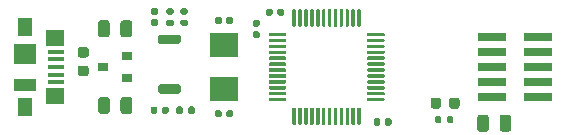
<source format=gbr>
%TF.GenerationSoftware,KiCad,Pcbnew,(5.1.10-1-10_14)*%
%TF.CreationDate,2021-07-19T22:46:51-06:00*%
%TF.ProjectId,f0-study-board,66302d73-7475-4647-992d-626f6172642e,rev?*%
%TF.SameCoordinates,Original*%
%TF.FileFunction,Paste,Top*%
%TF.FilePolarity,Positive*%
%FSLAX46Y46*%
G04 Gerber Fmt 4.6, Leading zero omitted, Abs format (unit mm)*
G04 Created by KiCad (PCBNEW (5.1.10-1-10_14)) date 2021-07-19 22:46:51*
%MOMM*%
%LPD*%
G01*
G04 APERTURE LIST*
%ADD10R,2.400000X0.740000*%
%ADD11R,2.400000X2.000000*%
%ADD12R,0.900000X0.800000*%
%ADD13R,1.900000X1.000000*%
%ADD14R,1.900000X1.800000*%
%ADD15R,1.300000X1.650000*%
%ADD16R,1.550000X1.425000*%
%ADD17R,1.380000X0.450000*%
G04 APERTURE END LIST*
%TO.C,U1*%
G36*
G01*
X121862500Y-103750000D02*
X121862500Y-102425000D01*
G75*
G02*
X121937500Y-102350000I75000J0D01*
G01*
X122087500Y-102350000D01*
G75*
G02*
X122162500Y-102425000I0J-75000D01*
G01*
X122162500Y-103750000D01*
G75*
G02*
X122087500Y-103825000I-75000J0D01*
G01*
X121937500Y-103825000D01*
G75*
G02*
X121862500Y-103750000I0J75000D01*
G01*
G37*
G36*
G01*
X122362500Y-103750000D02*
X122362500Y-102425000D01*
G75*
G02*
X122437500Y-102350000I75000J0D01*
G01*
X122587500Y-102350000D01*
G75*
G02*
X122662500Y-102425000I0J-75000D01*
G01*
X122662500Y-103750000D01*
G75*
G02*
X122587500Y-103825000I-75000J0D01*
G01*
X122437500Y-103825000D01*
G75*
G02*
X122362500Y-103750000I0J75000D01*
G01*
G37*
G36*
G01*
X122862500Y-103750000D02*
X122862500Y-102425000D01*
G75*
G02*
X122937500Y-102350000I75000J0D01*
G01*
X123087500Y-102350000D01*
G75*
G02*
X123162500Y-102425000I0J-75000D01*
G01*
X123162500Y-103750000D01*
G75*
G02*
X123087500Y-103825000I-75000J0D01*
G01*
X122937500Y-103825000D01*
G75*
G02*
X122862500Y-103750000I0J75000D01*
G01*
G37*
G36*
G01*
X123362500Y-103750000D02*
X123362500Y-102425000D01*
G75*
G02*
X123437500Y-102350000I75000J0D01*
G01*
X123587500Y-102350000D01*
G75*
G02*
X123662500Y-102425000I0J-75000D01*
G01*
X123662500Y-103750000D01*
G75*
G02*
X123587500Y-103825000I-75000J0D01*
G01*
X123437500Y-103825000D01*
G75*
G02*
X123362500Y-103750000I0J75000D01*
G01*
G37*
G36*
G01*
X123862500Y-103750000D02*
X123862500Y-102425000D01*
G75*
G02*
X123937500Y-102350000I75000J0D01*
G01*
X124087500Y-102350000D01*
G75*
G02*
X124162500Y-102425000I0J-75000D01*
G01*
X124162500Y-103750000D01*
G75*
G02*
X124087500Y-103825000I-75000J0D01*
G01*
X123937500Y-103825000D01*
G75*
G02*
X123862500Y-103750000I0J75000D01*
G01*
G37*
G36*
G01*
X124362500Y-103750000D02*
X124362500Y-102425000D01*
G75*
G02*
X124437500Y-102350000I75000J0D01*
G01*
X124587500Y-102350000D01*
G75*
G02*
X124662500Y-102425000I0J-75000D01*
G01*
X124662500Y-103750000D01*
G75*
G02*
X124587500Y-103825000I-75000J0D01*
G01*
X124437500Y-103825000D01*
G75*
G02*
X124362500Y-103750000I0J75000D01*
G01*
G37*
G36*
G01*
X124862500Y-103750000D02*
X124862500Y-102425000D01*
G75*
G02*
X124937500Y-102350000I75000J0D01*
G01*
X125087500Y-102350000D01*
G75*
G02*
X125162500Y-102425000I0J-75000D01*
G01*
X125162500Y-103750000D01*
G75*
G02*
X125087500Y-103825000I-75000J0D01*
G01*
X124937500Y-103825000D01*
G75*
G02*
X124862500Y-103750000I0J75000D01*
G01*
G37*
G36*
G01*
X125362500Y-103750000D02*
X125362500Y-102425000D01*
G75*
G02*
X125437500Y-102350000I75000J0D01*
G01*
X125587500Y-102350000D01*
G75*
G02*
X125662500Y-102425000I0J-75000D01*
G01*
X125662500Y-103750000D01*
G75*
G02*
X125587500Y-103825000I-75000J0D01*
G01*
X125437500Y-103825000D01*
G75*
G02*
X125362500Y-103750000I0J75000D01*
G01*
G37*
G36*
G01*
X125862500Y-103750000D02*
X125862500Y-102425000D01*
G75*
G02*
X125937500Y-102350000I75000J0D01*
G01*
X126087500Y-102350000D01*
G75*
G02*
X126162500Y-102425000I0J-75000D01*
G01*
X126162500Y-103750000D01*
G75*
G02*
X126087500Y-103825000I-75000J0D01*
G01*
X125937500Y-103825000D01*
G75*
G02*
X125862500Y-103750000I0J75000D01*
G01*
G37*
G36*
G01*
X126362500Y-103750000D02*
X126362500Y-102425000D01*
G75*
G02*
X126437500Y-102350000I75000J0D01*
G01*
X126587500Y-102350000D01*
G75*
G02*
X126662500Y-102425000I0J-75000D01*
G01*
X126662500Y-103750000D01*
G75*
G02*
X126587500Y-103825000I-75000J0D01*
G01*
X126437500Y-103825000D01*
G75*
G02*
X126362500Y-103750000I0J75000D01*
G01*
G37*
G36*
G01*
X126862500Y-103750000D02*
X126862500Y-102425000D01*
G75*
G02*
X126937500Y-102350000I75000J0D01*
G01*
X127087500Y-102350000D01*
G75*
G02*
X127162500Y-102425000I0J-75000D01*
G01*
X127162500Y-103750000D01*
G75*
G02*
X127087500Y-103825000I-75000J0D01*
G01*
X126937500Y-103825000D01*
G75*
G02*
X126862500Y-103750000I0J75000D01*
G01*
G37*
G36*
G01*
X127362500Y-103750000D02*
X127362500Y-102425000D01*
G75*
G02*
X127437500Y-102350000I75000J0D01*
G01*
X127587500Y-102350000D01*
G75*
G02*
X127662500Y-102425000I0J-75000D01*
G01*
X127662500Y-103750000D01*
G75*
G02*
X127587500Y-103825000I-75000J0D01*
G01*
X127437500Y-103825000D01*
G75*
G02*
X127362500Y-103750000I0J75000D01*
G01*
G37*
G36*
G01*
X128187500Y-104575000D02*
X128187500Y-104425000D01*
G75*
G02*
X128262500Y-104350000I75000J0D01*
G01*
X129587500Y-104350000D01*
G75*
G02*
X129662500Y-104425000I0J-75000D01*
G01*
X129662500Y-104575000D01*
G75*
G02*
X129587500Y-104650000I-75000J0D01*
G01*
X128262500Y-104650000D01*
G75*
G02*
X128187500Y-104575000I0J75000D01*
G01*
G37*
G36*
G01*
X128187500Y-105075000D02*
X128187500Y-104925000D01*
G75*
G02*
X128262500Y-104850000I75000J0D01*
G01*
X129587500Y-104850000D01*
G75*
G02*
X129662500Y-104925000I0J-75000D01*
G01*
X129662500Y-105075000D01*
G75*
G02*
X129587500Y-105150000I-75000J0D01*
G01*
X128262500Y-105150000D01*
G75*
G02*
X128187500Y-105075000I0J75000D01*
G01*
G37*
G36*
G01*
X128187500Y-105575000D02*
X128187500Y-105425000D01*
G75*
G02*
X128262500Y-105350000I75000J0D01*
G01*
X129587500Y-105350000D01*
G75*
G02*
X129662500Y-105425000I0J-75000D01*
G01*
X129662500Y-105575000D01*
G75*
G02*
X129587500Y-105650000I-75000J0D01*
G01*
X128262500Y-105650000D01*
G75*
G02*
X128187500Y-105575000I0J75000D01*
G01*
G37*
G36*
G01*
X128187500Y-106075000D02*
X128187500Y-105925000D01*
G75*
G02*
X128262500Y-105850000I75000J0D01*
G01*
X129587500Y-105850000D01*
G75*
G02*
X129662500Y-105925000I0J-75000D01*
G01*
X129662500Y-106075000D01*
G75*
G02*
X129587500Y-106150000I-75000J0D01*
G01*
X128262500Y-106150000D01*
G75*
G02*
X128187500Y-106075000I0J75000D01*
G01*
G37*
G36*
G01*
X128187500Y-106575000D02*
X128187500Y-106425000D01*
G75*
G02*
X128262500Y-106350000I75000J0D01*
G01*
X129587500Y-106350000D01*
G75*
G02*
X129662500Y-106425000I0J-75000D01*
G01*
X129662500Y-106575000D01*
G75*
G02*
X129587500Y-106650000I-75000J0D01*
G01*
X128262500Y-106650000D01*
G75*
G02*
X128187500Y-106575000I0J75000D01*
G01*
G37*
G36*
G01*
X128187500Y-107075000D02*
X128187500Y-106925000D01*
G75*
G02*
X128262500Y-106850000I75000J0D01*
G01*
X129587500Y-106850000D01*
G75*
G02*
X129662500Y-106925000I0J-75000D01*
G01*
X129662500Y-107075000D01*
G75*
G02*
X129587500Y-107150000I-75000J0D01*
G01*
X128262500Y-107150000D01*
G75*
G02*
X128187500Y-107075000I0J75000D01*
G01*
G37*
G36*
G01*
X128187500Y-107575000D02*
X128187500Y-107425000D01*
G75*
G02*
X128262500Y-107350000I75000J0D01*
G01*
X129587500Y-107350000D01*
G75*
G02*
X129662500Y-107425000I0J-75000D01*
G01*
X129662500Y-107575000D01*
G75*
G02*
X129587500Y-107650000I-75000J0D01*
G01*
X128262500Y-107650000D01*
G75*
G02*
X128187500Y-107575000I0J75000D01*
G01*
G37*
G36*
G01*
X128187500Y-108075000D02*
X128187500Y-107925000D01*
G75*
G02*
X128262500Y-107850000I75000J0D01*
G01*
X129587500Y-107850000D01*
G75*
G02*
X129662500Y-107925000I0J-75000D01*
G01*
X129662500Y-108075000D01*
G75*
G02*
X129587500Y-108150000I-75000J0D01*
G01*
X128262500Y-108150000D01*
G75*
G02*
X128187500Y-108075000I0J75000D01*
G01*
G37*
G36*
G01*
X128187500Y-108575000D02*
X128187500Y-108425000D01*
G75*
G02*
X128262500Y-108350000I75000J0D01*
G01*
X129587500Y-108350000D01*
G75*
G02*
X129662500Y-108425000I0J-75000D01*
G01*
X129662500Y-108575000D01*
G75*
G02*
X129587500Y-108650000I-75000J0D01*
G01*
X128262500Y-108650000D01*
G75*
G02*
X128187500Y-108575000I0J75000D01*
G01*
G37*
G36*
G01*
X128187500Y-109075000D02*
X128187500Y-108925000D01*
G75*
G02*
X128262500Y-108850000I75000J0D01*
G01*
X129587500Y-108850000D01*
G75*
G02*
X129662500Y-108925000I0J-75000D01*
G01*
X129662500Y-109075000D01*
G75*
G02*
X129587500Y-109150000I-75000J0D01*
G01*
X128262500Y-109150000D01*
G75*
G02*
X128187500Y-109075000I0J75000D01*
G01*
G37*
G36*
G01*
X128187500Y-109575000D02*
X128187500Y-109425000D01*
G75*
G02*
X128262500Y-109350000I75000J0D01*
G01*
X129587500Y-109350000D01*
G75*
G02*
X129662500Y-109425000I0J-75000D01*
G01*
X129662500Y-109575000D01*
G75*
G02*
X129587500Y-109650000I-75000J0D01*
G01*
X128262500Y-109650000D01*
G75*
G02*
X128187500Y-109575000I0J75000D01*
G01*
G37*
G36*
G01*
X128187500Y-110075000D02*
X128187500Y-109925000D01*
G75*
G02*
X128262500Y-109850000I75000J0D01*
G01*
X129587500Y-109850000D01*
G75*
G02*
X129662500Y-109925000I0J-75000D01*
G01*
X129662500Y-110075000D01*
G75*
G02*
X129587500Y-110150000I-75000J0D01*
G01*
X128262500Y-110150000D01*
G75*
G02*
X128187500Y-110075000I0J75000D01*
G01*
G37*
G36*
G01*
X127362500Y-112075000D02*
X127362500Y-110750000D01*
G75*
G02*
X127437500Y-110675000I75000J0D01*
G01*
X127587500Y-110675000D01*
G75*
G02*
X127662500Y-110750000I0J-75000D01*
G01*
X127662500Y-112075000D01*
G75*
G02*
X127587500Y-112150000I-75000J0D01*
G01*
X127437500Y-112150000D01*
G75*
G02*
X127362500Y-112075000I0J75000D01*
G01*
G37*
G36*
G01*
X126862500Y-112075000D02*
X126862500Y-110750000D01*
G75*
G02*
X126937500Y-110675000I75000J0D01*
G01*
X127087500Y-110675000D01*
G75*
G02*
X127162500Y-110750000I0J-75000D01*
G01*
X127162500Y-112075000D01*
G75*
G02*
X127087500Y-112150000I-75000J0D01*
G01*
X126937500Y-112150000D01*
G75*
G02*
X126862500Y-112075000I0J75000D01*
G01*
G37*
G36*
G01*
X126362500Y-112075000D02*
X126362500Y-110750000D01*
G75*
G02*
X126437500Y-110675000I75000J0D01*
G01*
X126587500Y-110675000D01*
G75*
G02*
X126662500Y-110750000I0J-75000D01*
G01*
X126662500Y-112075000D01*
G75*
G02*
X126587500Y-112150000I-75000J0D01*
G01*
X126437500Y-112150000D01*
G75*
G02*
X126362500Y-112075000I0J75000D01*
G01*
G37*
G36*
G01*
X125862500Y-112075000D02*
X125862500Y-110750000D01*
G75*
G02*
X125937500Y-110675000I75000J0D01*
G01*
X126087500Y-110675000D01*
G75*
G02*
X126162500Y-110750000I0J-75000D01*
G01*
X126162500Y-112075000D01*
G75*
G02*
X126087500Y-112150000I-75000J0D01*
G01*
X125937500Y-112150000D01*
G75*
G02*
X125862500Y-112075000I0J75000D01*
G01*
G37*
G36*
G01*
X125362500Y-112075000D02*
X125362500Y-110750000D01*
G75*
G02*
X125437500Y-110675000I75000J0D01*
G01*
X125587500Y-110675000D01*
G75*
G02*
X125662500Y-110750000I0J-75000D01*
G01*
X125662500Y-112075000D01*
G75*
G02*
X125587500Y-112150000I-75000J0D01*
G01*
X125437500Y-112150000D01*
G75*
G02*
X125362500Y-112075000I0J75000D01*
G01*
G37*
G36*
G01*
X124862500Y-112075000D02*
X124862500Y-110750000D01*
G75*
G02*
X124937500Y-110675000I75000J0D01*
G01*
X125087500Y-110675000D01*
G75*
G02*
X125162500Y-110750000I0J-75000D01*
G01*
X125162500Y-112075000D01*
G75*
G02*
X125087500Y-112150000I-75000J0D01*
G01*
X124937500Y-112150000D01*
G75*
G02*
X124862500Y-112075000I0J75000D01*
G01*
G37*
G36*
G01*
X124362500Y-112075000D02*
X124362500Y-110750000D01*
G75*
G02*
X124437500Y-110675000I75000J0D01*
G01*
X124587500Y-110675000D01*
G75*
G02*
X124662500Y-110750000I0J-75000D01*
G01*
X124662500Y-112075000D01*
G75*
G02*
X124587500Y-112150000I-75000J0D01*
G01*
X124437500Y-112150000D01*
G75*
G02*
X124362500Y-112075000I0J75000D01*
G01*
G37*
G36*
G01*
X123862500Y-112075000D02*
X123862500Y-110750000D01*
G75*
G02*
X123937500Y-110675000I75000J0D01*
G01*
X124087500Y-110675000D01*
G75*
G02*
X124162500Y-110750000I0J-75000D01*
G01*
X124162500Y-112075000D01*
G75*
G02*
X124087500Y-112150000I-75000J0D01*
G01*
X123937500Y-112150000D01*
G75*
G02*
X123862500Y-112075000I0J75000D01*
G01*
G37*
G36*
G01*
X123362500Y-112075000D02*
X123362500Y-110750000D01*
G75*
G02*
X123437500Y-110675000I75000J0D01*
G01*
X123587500Y-110675000D01*
G75*
G02*
X123662500Y-110750000I0J-75000D01*
G01*
X123662500Y-112075000D01*
G75*
G02*
X123587500Y-112150000I-75000J0D01*
G01*
X123437500Y-112150000D01*
G75*
G02*
X123362500Y-112075000I0J75000D01*
G01*
G37*
G36*
G01*
X122862500Y-112075000D02*
X122862500Y-110750000D01*
G75*
G02*
X122937500Y-110675000I75000J0D01*
G01*
X123087500Y-110675000D01*
G75*
G02*
X123162500Y-110750000I0J-75000D01*
G01*
X123162500Y-112075000D01*
G75*
G02*
X123087500Y-112150000I-75000J0D01*
G01*
X122937500Y-112150000D01*
G75*
G02*
X122862500Y-112075000I0J75000D01*
G01*
G37*
G36*
G01*
X122362500Y-112075000D02*
X122362500Y-110750000D01*
G75*
G02*
X122437500Y-110675000I75000J0D01*
G01*
X122587500Y-110675000D01*
G75*
G02*
X122662500Y-110750000I0J-75000D01*
G01*
X122662500Y-112075000D01*
G75*
G02*
X122587500Y-112150000I-75000J0D01*
G01*
X122437500Y-112150000D01*
G75*
G02*
X122362500Y-112075000I0J75000D01*
G01*
G37*
G36*
G01*
X121862500Y-112075000D02*
X121862500Y-110750000D01*
G75*
G02*
X121937500Y-110675000I75000J0D01*
G01*
X122087500Y-110675000D01*
G75*
G02*
X122162500Y-110750000I0J-75000D01*
G01*
X122162500Y-112075000D01*
G75*
G02*
X122087500Y-112150000I-75000J0D01*
G01*
X121937500Y-112150000D01*
G75*
G02*
X121862500Y-112075000I0J75000D01*
G01*
G37*
G36*
G01*
X119862500Y-110075000D02*
X119862500Y-109925000D01*
G75*
G02*
X119937500Y-109850000I75000J0D01*
G01*
X121262500Y-109850000D01*
G75*
G02*
X121337500Y-109925000I0J-75000D01*
G01*
X121337500Y-110075000D01*
G75*
G02*
X121262500Y-110150000I-75000J0D01*
G01*
X119937500Y-110150000D01*
G75*
G02*
X119862500Y-110075000I0J75000D01*
G01*
G37*
G36*
G01*
X119862500Y-109575000D02*
X119862500Y-109425000D01*
G75*
G02*
X119937500Y-109350000I75000J0D01*
G01*
X121262500Y-109350000D01*
G75*
G02*
X121337500Y-109425000I0J-75000D01*
G01*
X121337500Y-109575000D01*
G75*
G02*
X121262500Y-109650000I-75000J0D01*
G01*
X119937500Y-109650000D01*
G75*
G02*
X119862500Y-109575000I0J75000D01*
G01*
G37*
G36*
G01*
X119862500Y-109075000D02*
X119862500Y-108925000D01*
G75*
G02*
X119937500Y-108850000I75000J0D01*
G01*
X121262500Y-108850000D01*
G75*
G02*
X121337500Y-108925000I0J-75000D01*
G01*
X121337500Y-109075000D01*
G75*
G02*
X121262500Y-109150000I-75000J0D01*
G01*
X119937500Y-109150000D01*
G75*
G02*
X119862500Y-109075000I0J75000D01*
G01*
G37*
G36*
G01*
X119862500Y-108575000D02*
X119862500Y-108425000D01*
G75*
G02*
X119937500Y-108350000I75000J0D01*
G01*
X121262500Y-108350000D01*
G75*
G02*
X121337500Y-108425000I0J-75000D01*
G01*
X121337500Y-108575000D01*
G75*
G02*
X121262500Y-108650000I-75000J0D01*
G01*
X119937500Y-108650000D01*
G75*
G02*
X119862500Y-108575000I0J75000D01*
G01*
G37*
G36*
G01*
X119862500Y-108075000D02*
X119862500Y-107925000D01*
G75*
G02*
X119937500Y-107850000I75000J0D01*
G01*
X121262500Y-107850000D01*
G75*
G02*
X121337500Y-107925000I0J-75000D01*
G01*
X121337500Y-108075000D01*
G75*
G02*
X121262500Y-108150000I-75000J0D01*
G01*
X119937500Y-108150000D01*
G75*
G02*
X119862500Y-108075000I0J75000D01*
G01*
G37*
G36*
G01*
X119862500Y-107575000D02*
X119862500Y-107425000D01*
G75*
G02*
X119937500Y-107350000I75000J0D01*
G01*
X121262500Y-107350000D01*
G75*
G02*
X121337500Y-107425000I0J-75000D01*
G01*
X121337500Y-107575000D01*
G75*
G02*
X121262500Y-107650000I-75000J0D01*
G01*
X119937500Y-107650000D01*
G75*
G02*
X119862500Y-107575000I0J75000D01*
G01*
G37*
G36*
G01*
X119862500Y-107075000D02*
X119862500Y-106925000D01*
G75*
G02*
X119937500Y-106850000I75000J0D01*
G01*
X121262500Y-106850000D01*
G75*
G02*
X121337500Y-106925000I0J-75000D01*
G01*
X121337500Y-107075000D01*
G75*
G02*
X121262500Y-107150000I-75000J0D01*
G01*
X119937500Y-107150000D01*
G75*
G02*
X119862500Y-107075000I0J75000D01*
G01*
G37*
G36*
G01*
X119862500Y-106575000D02*
X119862500Y-106425000D01*
G75*
G02*
X119937500Y-106350000I75000J0D01*
G01*
X121262500Y-106350000D01*
G75*
G02*
X121337500Y-106425000I0J-75000D01*
G01*
X121337500Y-106575000D01*
G75*
G02*
X121262500Y-106650000I-75000J0D01*
G01*
X119937500Y-106650000D01*
G75*
G02*
X119862500Y-106575000I0J75000D01*
G01*
G37*
G36*
G01*
X119862500Y-106075000D02*
X119862500Y-105925000D01*
G75*
G02*
X119937500Y-105850000I75000J0D01*
G01*
X121262500Y-105850000D01*
G75*
G02*
X121337500Y-105925000I0J-75000D01*
G01*
X121337500Y-106075000D01*
G75*
G02*
X121262500Y-106150000I-75000J0D01*
G01*
X119937500Y-106150000D01*
G75*
G02*
X119862500Y-106075000I0J75000D01*
G01*
G37*
G36*
G01*
X119862500Y-105575000D02*
X119862500Y-105425000D01*
G75*
G02*
X119937500Y-105350000I75000J0D01*
G01*
X121262500Y-105350000D01*
G75*
G02*
X121337500Y-105425000I0J-75000D01*
G01*
X121337500Y-105575000D01*
G75*
G02*
X121262500Y-105650000I-75000J0D01*
G01*
X119937500Y-105650000D01*
G75*
G02*
X119862500Y-105575000I0J75000D01*
G01*
G37*
G36*
G01*
X119862500Y-105075000D02*
X119862500Y-104925000D01*
G75*
G02*
X119937500Y-104850000I75000J0D01*
G01*
X121262500Y-104850000D01*
G75*
G02*
X121337500Y-104925000I0J-75000D01*
G01*
X121337500Y-105075000D01*
G75*
G02*
X121262500Y-105150000I-75000J0D01*
G01*
X119937500Y-105150000D01*
G75*
G02*
X119862500Y-105075000I0J75000D01*
G01*
G37*
G36*
G01*
X119862500Y-104575000D02*
X119862500Y-104425000D01*
G75*
G02*
X119937500Y-104350000I75000J0D01*
G01*
X121262500Y-104350000D01*
G75*
G02*
X121337500Y-104425000I0J-75000D01*
G01*
X121337500Y-104575000D01*
G75*
G02*
X121262500Y-104650000I-75000J0D01*
G01*
X119937500Y-104650000D01*
G75*
G02*
X119862500Y-104575000I0J75000D01*
G01*
G37*
%TD*%
%TO.C,C1*%
G36*
G01*
X138500000Y-111525000D02*
X138500000Y-112475000D01*
G75*
G02*
X138250000Y-112725000I-250000J0D01*
G01*
X137750000Y-112725000D01*
G75*
G02*
X137500000Y-112475000I0J250000D01*
G01*
X137500000Y-111525000D01*
G75*
G02*
X137750000Y-111275000I250000J0D01*
G01*
X138250000Y-111275000D01*
G75*
G02*
X138500000Y-111525000I0J-250000D01*
G01*
G37*
G36*
G01*
X140400000Y-111525000D02*
X140400000Y-112475000D01*
G75*
G02*
X140150000Y-112725000I-250000J0D01*
G01*
X139650000Y-112725000D01*
G75*
G02*
X139400000Y-112475000I0J250000D01*
G01*
X139400000Y-111525000D01*
G75*
G02*
X139650000Y-111275000I250000J0D01*
G01*
X140150000Y-111275000D01*
G75*
G02*
X140400000Y-111525000I0J-250000D01*
G01*
G37*
%TD*%
D10*
%TO.C,J4*%
X142700000Y-109790000D03*
X138800000Y-109790000D03*
X142700000Y-108520000D03*
X138800000Y-108520000D03*
X142700000Y-107250000D03*
X138800000Y-107250000D03*
X142700000Y-105980000D03*
X138800000Y-105980000D03*
X142700000Y-104710000D03*
X138800000Y-104710000D03*
%TD*%
%TO.C,R2*%
G36*
G01*
X134950000Y-111885000D02*
X134950000Y-111515000D01*
G75*
G02*
X135085000Y-111380000I135000J0D01*
G01*
X135355000Y-111380000D01*
G75*
G02*
X135490000Y-111515000I0J-135000D01*
G01*
X135490000Y-111885000D01*
G75*
G02*
X135355000Y-112020000I-135000J0D01*
G01*
X135085000Y-112020000D01*
G75*
G02*
X134950000Y-111885000I0J135000D01*
G01*
G37*
G36*
G01*
X133930000Y-111885000D02*
X133930000Y-111515000D01*
G75*
G02*
X134065000Y-111380000I135000J0D01*
G01*
X134335000Y-111380000D01*
G75*
G02*
X134470000Y-111515000I0J-135000D01*
G01*
X134470000Y-111885000D01*
G75*
G02*
X134335000Y-112020000I-135000J0D01*
G01*
X134065000Y-112020000D01*
G75*
G02*
X133930000Y-111885000I0J135000D01*
G01*
G37*
%TD*%
%TO.C,R1*%
G36*
G01*
X112570000Y-110715000D02*
X112570000Y-111085000D01*
G75*
G02*
X112435000Y-111220000I-135000J0D01*
G01*
X112165000Y-111220000D01*
G75*
G02*
X112030000Y-111085000I0J135000D01*
G01*
X112030000Y-110715000D01*
G75*
G02*
X112165000Y-110580000I135000J0D01*
G01*
X112435000Y-110580000D01*
G75*
G02*
X112570000Y-110715000I0J-135000D01*
G01*
G37*
G36*
G01*
X113590000Y-110715000D02*
X113590000Y-111085000D01*
G75*
G02*
X113455000Y-111220000I-135000J0D01*
G01*
X113185000Y-111220000D01*
G75*
G02*
X113050000Y-111085000I0J135000D01*
G01*
X113050000Y-110715000D01*
G75*
G02*
X113185000Y-110580000I135000J0D01*
G01*
X113455000Y-110580000D01*
G75*
G02*
X113590000Y-110715000I0J-135000D01*
G01*
G37*
%TD*%
%TO.C,FB1*%
G36*
G01*
X104406250Y-106437500D02*
X103893750Y-106437500D01*
G75*
G02*
X103675000Y-106218750I0J218750D01*
G01*
X103675000Y-105781250D01*
G75*
G02*
X103893750Y-105562500I218750J0D01*
G01*
X104406250Y-105562500D01*
G75*
G02*
X104625000Y-105781250I0J-218750D01*
G01*
X104625000Y-106218750D01*
G75*
G02*
X104406250Y-106437500I-218750J0D01*
G01*
G37*
G36*
G01*
X104406250Y-108012500D02*
X103893750Y-108012500D01*
G75*
G02*
X103675000Y-107793750I0J218750D01*
G01*
X103675000Y-107356250D01*
G75*
G02*
X103893750Y-107137500I218750J0D01*
G01*
X104406250Y-107137500D01*
G75*
G02*
X104625000Y-107356250I0J-218750D01*
G01*
X104625000Y-107793750D01*
G75*
G02*
X104406250Y-108012500I-218750J0D01*
G01*
G37*
%TD*%
%TO.C,C12*%
G36*
G01*
X107300000Y-110975000D02*
X107300000Y-110025000D01*
G75*
G02*
X107550000Y-109775000I250000J0D01*
G01*
X108050000Y-109775000D01*
G75*
G02*
X108300000Y-110025000I0J-250000D01*
G01*
X108300000Y-110975000D01*
G75*
G02*
X108050000Y-111225000I-250000J0D01*
G01*
X107550000Y-111225000D01*
G75*
G02*
X107300000Y-110975000I0J250000D01*
G01*
G37*
G36*
G01*
X105400000Y-110975000D02*
X105400000Y-110025000D01*
G75*
G02*
X105650000Y-109775000I250000J0D01*
G01*
X106150000Y-109775000D01*
G75*
G02*
X106400000Y-110025000I0J-250000D01*
G01*
X106400000Y-110975000D01*
G75*
G02*
X106150000Y-111225000I-250000J0D01*
G01*
X105650000Y-111225000D01*
G75*
G02*
X105400000Y-110975000I0J250000D01*
G01*
G37*
%TD*%
%TO.C,C11*%
G36*
G01*
X106400000Y-103525000D02*
X106400000Y-104475000D01*
G75*
G02*
X106150000Y-104725000I-250000J0D01*
G01*
X105650000Y-104725000D01*
G75*
G02*
X105400000Y-104475000I0J250000D01*
G01*
X105400000Y-103525000D01*
G75*
G02*
X105650000Y-103275000I250000J0D01*
G01*
X106150000Y-103275000D01*
G75*
G02*
X106400000Y-103525000I0J-250000D01*
G01*
G37*
G36*
G01*
X108300000Y-103525000D02*
X108300000Y-104475000D01*
G75*
G02*
X108050000Y-104725000I-250000J0D01*
G01*
X107550000Y-104725000D01*
G75*
G02*
X107300000Y-104475000I0J250000D01*
G01*
X107300000Y-103525000D01*
G75*
G02*
X107550000Y-103275000I250000J0D01*
G01*
X108050000Y-103275000D01*
G75*
G02*
X108300000Y-103525000I0J-250000D01*
G01*
G37*
%TD*%
%TO.C,C10*%
G36*
G01*
X116280000Y-111370000D02*
X116280000Y-111030000D01*
G75*
G02*
X116420000Y-110890000I140000J0D01*
G01*
X116700000Y-110890000D01*
G75*
G02*
X116840000Y-111030000I0J-140000D01*
G01*
X116840000Y-111370000D01*
G75*
G02*
X116700000Y-111510000I-140000J0D01*
G01*
X116420000Y-111510000D01*
G75*
G02*
X116280000Y-111370000I0J140000D01*
G01*
G37*
G36*
G01*
X115320000Y-111370000D02*
X115320000Y-111030000D01*
G75*
G02*
X115460000Y-110890000I140000J0D01*
G01*
X115740000Y-110890000D01*
G75*
G02*
X115880000Y-111030000I0J-140000D01*
G01*
X115880000Y-111370000D01*
G75*
G02*
X115740000Y-111510000I-140000J0D01*
G01*
X115460000Y-111510000D01*
G75*
G02*
X115320000Y-111370000I0J140000D01*
G01*
G37*
%TD*%
%TO.C,C9*%
G36*
G01*
X116280000Y-103470000D02*
X116280000Y-103130000D01*
G75*
G02*
X116420000Y-102990000I140000J0D01*
G01*
X116700000Y-102990000D01*
G75*
G02*
X116840000Y-103130000I0J-140000D01*
G01*
X116840000Y-103470000D01*
G75*
G02*
X116700000Y-103610000I-140000J0D01*
G01*
X116420000Y-103610000D01*
G75*
G02*
X116280000Y-103470000I0J140000D01*
G01*
G37*
G36*
G01*
X115320000Y-103470000D02*
X115320000Y-103130000D01*
G75*
G02*
X115460000Y-102990000I140000J0D01*
G01*
X115740000Y-102990000D01*
G75*
G02*
X115880000Y-103130000I0J-140000D01*
G01*
X115880000Y-103470000D01*
G75*
G02*
X115740000Y-103610000I-140000J0D01*
G01*
X115460000Y-103610000D01*
G75*
G02*
X115320000Y-103470000I0J140000D01*
G01*
G37*
%TD*%
%TO.C,C8*%
G36*
G01*
X110820000Y-111070000D02*
X110820000Y-110730000D01*
G75*
G02*
X110960000Y-110590000I140000J0D01*
G01*
X111240000Y-110590000D01*
G75*
G02*
X111380000Y-110730000I0J-140000D01*
G01*
X111380000Y-111070000D01*
G75*
G02*
X111240000Y-111210000I-140000J0D01*
G01*
X110960000Y-111210000D01*
G75*
G02*
X110820000Y-111070000I0J140000D01*
G01*
G37*
G36*
G01*
X109860000Y-111070000D02*
X109860000Y-110730000D01*
G75*
G02*
X110000000Y-110590000I140000J0D01*
G01*
X110280000Y-110590000D01*
G75*
G02*
X110420000Y-110730000I0J-140000D01*
G01*
X110420000Y-111070000D01*
G75*
G02*
X110280000Y-111210000I-140000J0D01*
G01*
X110000000Y-111210000D01*
G75*
G02*
X109860000Y-111070000I0J140000D01*
G01*
G37*
%TD*%
%TO.C,C7*%
G36*
G01*
X112530000Y-103220000D02*
X112870000Y-103220000D01*
G75*
G02*
X113010000Y-103360000I0J-140000D01*
G01*
X113010000Y-103640000D01*
G75*
G02*
X112870000Y-103780000I-140000J0D01*
G01*
X112530000Y-103780000D01*
G75*
G02*
X112390000Y-103640000I0J140000D01*
G01*
X112390000Y-103360000D01*
G75*
G02*
X112530000Y-103220000I140000J0D01*
G01*
G37*
G36*
G01*
X112530000Y-102260000D02*
X112870000Y-102260000D01*
G75*
G02*
X113010000Y-102400000I0J-140000D01*
G01*
X113010000Y-102680000D01*
G75*
G02*
X112870000Y-102820000I-140000J0D01*
G01*
X112530000Y-102820000D01*
G75*
G02*
X112390000Y-102680000I0J140000D01*
G01*
X112390000Y-102400000D01*
G75*
G02*
X112530000Y-102260000I140000J0D01*
G01*
G37*
%TD*%
%TO.C,C6*%
G36*
G01*
X111330000Y-103220000D02*
X111670000Y-103220000D01*
G75*
G02*
X111810000Y-103360000I0J-140000D01*
G01*
X111810000Y-103640000D01*
G75*
G02*
X111670000Y-103780000I-140000J0D01*
G01*
X111330000Y-103780000D01*
G75*
G02*
X111190000Y-103640000I0J140000D01*
G01*
X111190000Y-103360000D01*
G75*
G02*
X111330000Y-103220000I140000J0D01*
G01*
G37*
G36*
G01*
X111330000Y-102260000D02*
X111670000Y-102260000D01*
G75*
G02*
X111810000Y-102400000I0J-140000D01*
G01*
X111810000Y-102680000D01*
G75*
G02*
X111670000Y-102820000I-140000J0D01*
G01*
X111330000Y-102820000D01*
G75*
G02*
X111190000Y-102680000I0J140000D01*
G01*
X111190000Y-102400000D01*
G75*
G02*
X111330000Y-102260000I140000J0D01*
G01*
G37*
%TD*%
%TO.C,C4*%
G36*
G01*
X129700000Y-112070000D02*
X129700000Y-111730000D01*
G75*
G02*
X129840000Y-111590000I140000J0D01*
G01*
X130120000Y-111590000D01*
G75*
G02*
X130260000Y-111730000I0J-140000D01*
G01*
X130260000Y-112070000D01*
G75*
G02*
X130120000Y-112210000I-140000J0D01*
G01*
X129840000Y-112210000D01*
G75*
G02*
X129700000Y-112070000I0J140000D01*
G01*
G37*
G36*
G01*
X128740000Y-112070000D02*
X128740000Y-111730000D01*
G75*
G02*
X128880000Y-111590000I140000J0D01*
G01*
X129160000Y-111590000D01*
G75*
G02*
X129300000Y-111730000I0J-140000D01*
G01*
X129300000Y-112070000D01*
G75*
G02*
X129160000Y-112210000I-140000J0D01*
G01*
X128880000Y-112210000D01*
G75*
G02*
X128740000Y-112070000I0J140000D01*
G01*
G37*
%TD*%
%TO.C,C3*%
G36*
G01*
X120180000Y-102430000D02*
X120180000Y-102770000D01*
G75*
G02*
X120040000Y-102910000I-140000J0D01*
G01*
X119760000Y-102910000D01*
G75*
G02*
X119620000Y-102770000I0J140000D01*
G01*
X119620000Y-102430000D01*
G75*
G02*
X119760000Y-102290000I140000J0D01*
G01*
X120040000Y-102290000D01*
G75*
G02*
X120180000Y-102430000I0J-140000D01*
G01*
G37*
G36*
G01*
X121140000Y-102430000D02*
X121140000Y-102770000D01*
G75*
G02*
X121000000Y-102910000I-140000J0D01*
G01*
X120720000Y-102910000D01*
G75*
G02*
X120580000Y-102770000I0J140000D01*
G01*
X120580000Y-102430000D01*
G75*
G02*
X120720000Y-102290000I140000J0D01*
G01*
X121000000Y-102290000D01*
G75*
G02*
X121140000Y-102430000I0J-140000D01*
G01*
G37*
%TD*%
%TO.C,C2*%
G36*
G01*
X118970000Y-103820000D02*
X118630000Y-103820000D01*
G75*
G02*
X118490000Y-103680000I0J140000D01*
G01*
X118490000Y-103400000D01*
G75*
G02*
X118630000Y-103260000I140000J0D01*
G01*
X118970000Y-103260000D01*
G75*
G02*
X119110000Y-103400000I0J-140000D01*
G01*
X119110000Y-103680000D01*
G75*
G02*
X118970000Y-103820000I-140000J0D01*
G01*
G37*
G36*
G01*
X118970000Y-104780000D02*
X118630000Y-104780000D01*
G75*
G02*
X118490000Y-104640000I0J140000D01*
G01*
X118490000Y-104360000D01*
G75*
G02*
X118630000Y-104220000I140000J0D01*
G01*
X118970000Y-104220000D01*
G75*
G02*
X119110000Y-104360000I0J-140000D01*
G01*
X119110000Y-104640000D01*
G75*
G02*
X118970000Y-104780000I-140000J0D01*
G01*
G37*
%TD*%
D11*
%TO.C,Y1*%
X116050000Y-109100000D03*
X116050000Y-105400000D03*
%TD*%
D12*
%TO.C,U2*%
X105850000Y-107250000D03*
X107850000Y-106300000D03*
X107850000Y-108200000D03*
%TD*%
%TO.C,SW1*%
G36*
G01*
X110650000Y-104500000D02*
X112250000Y-104500000D01*
G75*
G02*
X112450000Y-104700000I0J-200000D01*
G01*
X112450000Y-105100000D01*
G75*
G02*
X112250000Y-105300000I-200000J0D01*
G01*
X110650000Y-105300000D01*
G75*
G02*
X110450000Y-105100000I0J200000D01*
G01*
X110450000Y-104700000D01*
G75*
G02*
X110650000Y-104500000I200000J0D01*
G01*
G37*
G36*
G01*
X110650000Y-108700000D02*
X112250000Y-108700000D01*
G75*
G02*
X112450000Y-108900000I0J-200000D01*
G01*
X112450000Y-109300000D01*
G75*
G02*
X112250000Y-109500000I-200000J0D01*
G01*
X110650000Y-109500000D01*
G75*
G02*
X110450000Y-109300000I0J200000D01*
G01*
X110450000Y-108900000D01*
G75*
G02*
X110650000Y-108700000I200000J0D01*
G01*
G37*
%TD*%
%TO.C,L1*%
G36*
G01*
X110372500Y-102825000D02*
X110027500Y-102825000D01*
G75*
G02*
X109880000Y-102677500I0J147500D01*
G01*
X109880000Y-102382500D01*
G75*
G02*
X110027500Y-102235000I147500J0D01*
G01*
X110372500Y-102235000D01*
G75*
G02*
X110520000Y-102382500I0J-147500D01*
G01*
X110520000Y-102677500D01*
G75*
G02*
X110372500Y-102825000I-147500J0D01*
G01*
G37*
G36*
G01*
X110372500Y-103795000D02*
X110027500Y-103795000D01*
G75*
G02*
X109880000Y-103647500I0J147500D01*
G01*
X109880000Y-103352500D01*
G75*
G02*
X110027500Y-103205000I147500J0D01*
G01*
X110372500Y-103205000D01*
G75*
G02*
X110520000Y-103352500I0J-147500D01*
G01*
X110520000Y-103647500D01*
G75*
G02*
X110372500Y-103795000I-147500J0D01*
G01*
G37*
%TD*%
D13*
%TO.C,J3*%
X99200000Y-108800000D03*
D14*
X99200000Y-106100000D03*
D15*
X99200000Y-110625000D03*
X99200000Y-103875000D03*
D16*
X101775000Y-109737500D03*
X101775000Y-104762500D03*
D17*
X101860000Y-108550000D03*
X101860000Y-107900000D03*
X101860000Y-107250000D03*
X101860000Y-106600000D03*
X101860000Y-105950000D03*
%TD*%
%TO.C,D2*%
G36*
G01*
X135137500Y-110556250D02*
X135137500Y-110043750D01*
G75*
G02*
X135356250Y-109825000I218750J0D01*
G01*
X135793750Y-109825000D01*
G75*
G02*
X136012500Y-110043750I0J-218750D01*
G01*
X136012500Y-110556250D01*
G75*
G02*
X135793750Y-110775000I-218750J0D01*
G01*
X135356250Y-110775000D01*
G75*
G02*
X135137500Y-110556250I0J218750D01*
G01*
G37*
G36*
G01*
X133562500Y-110556250D02*
X133562500Y-110043750D01*
G75*
G02*
X133781250Y-109825000I218750J0D01*
G01*
X134218750Y-109825000D01*
G75*
G02*
X134437500Y-110043750I0J-218750D01*
G01*
X134437500Y-110556250D01*
G75*
G02*
X134218750Y-110775000I-218750J0D01*
G01*
X133781250Y-110775000D01*
G75*
G02*
X133562500Y-110556250I0J218750D01*
G01*
G37*
%TD*%
M02*

</source>
